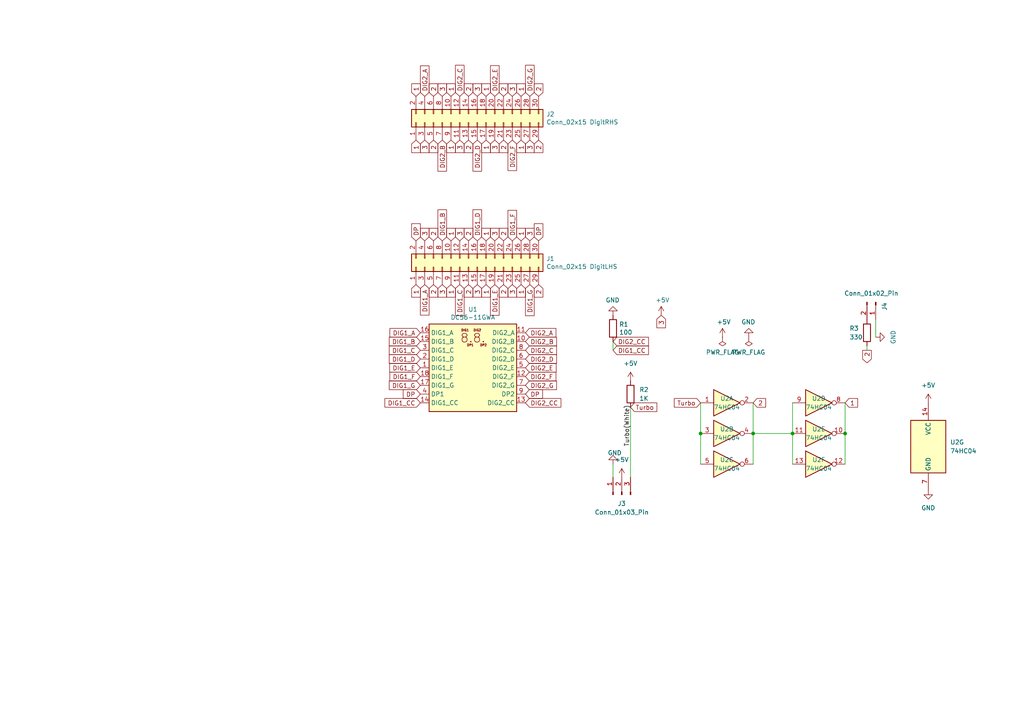
<source format=kicad_sch>
(kicad_sch (version 20230121) (generator eeschema)
  (paper "A4")
  (title_block (title "MHz Display Blaster") (date "2023-07-02") (rev "rev.0.2") (company "Scrap Computing"))
  (lib_symbols
    (symbol "74xx:74HC04"
      (property "Reference" "U" (at 0 1.27 0))
      (property "Value" "74HC04" (at 0 -1.27 0))
      (symbol "74HC04_1_0"
        (polyline (pts (xy -3.81 3.81) (xy -3.81 -3.81) (xy 3.81 0) (xy -3.81 3.81)) (stroke (width 0.254)) (fill (type background)))
        (pin input line (at -7.62 0 0) (length 3.81) (name "~") (number "1"))
        (pin output inverted (at 7.62 0 180) (length 3.81) (name "~") (number "2"))
      )
      (symbol "74HC04_2_0"
        (polyline (pts (xy -3.81 3.81) (xy -3.81 -3.81) (xy 3.81 0) (xy -3.81 3.81)) (stroke (width 0.254)) (fill (type background)))
        (pin input line (at -7.62 0 0) (length 3.81) (name "~") (number "3"))
        (pin output inverted (at 7.62 0 180) (length 3.81) (name "~") (number "4"))
      )
      (symbol "74HC04_3_0"
        (polyline (pts (xy -3.81 3.81) (xy -3.81 -3.81) (xy 3.81 0) (xy -3.81 3.81)) (stroke (width 0.254)) (fill (type background)))
        (pin input line (at -7.62 0 0) (length 3.81) (name "~") (number "5"))
        (pin output inverted (at 7.62 0 180) (length 3.81) (name "~") (number "6"))
      )
      (symbol "74HC04_4_0"
        (polyline (pts (xy -3.81 3.81) (xy -3.81 -3.81) (xy 3.81 0) (xy -3.81 3.81)) (stroke (width 0.254)) (fill (type background)))
        (pin output inverted (at 7.62 0 180) (length 3.81) (name "~") (number "8"))
        (pin input line (at -7.62 0 0) (length 3.81) (name "~") (number "9"))
      )
      (symbol "74HC04_5_0"
        (polyline (pts (xy -3.81 3.81) (xy -3.81 -3.81) (xy 3.81 0) (xy -3.81 3.81)) (stroke (width 0.254)) (fill (type background)))
        (pin output inverted (at 7.62 0 180) (length 3.81) (name "~") (number "10"))
        (pin input line (at -7.62 0 0) (length 3.81) (name "~") (number "11"))
      )
      (symbol "74HC04_6_0"
        (polyline (pts (xy -3.81 3.81) (xy -3.81 -3.81) (xy 3.81 0) (xy -3.81 3.81)) (stroke (width 0.254)) (fill (type background)))
        (pin output inverted (at 7.62 0 180) (length 3.81) (name "~") (number "12"))
        (pin input line (at -7.62 0 0) (length 3.81) (name "~") (number "13"))
      )
      (symbol "74HC04_7_0"
        (pin power_in line (at 0 12.7 270) (length 5.08) (name "VCC") (number "14"))
        (pin power_in line (at 0 -12.7 90) (length 5.08) (name "GND") (number "7"))
      )
      (symbol "74HC04_7_1"
        (rectangle (start -5.08 7.62) (end 5.08 -7.62) (stroke (width 0.254)) (fill (type background)))
      )
    )
    (symbol "Connector:Conn_01x02_Pin" (pin_names (offset 1.016) hide)
      (property "Reference" "J" (at 0 2.54 0))
      (property "Value" "Conn_01x02_Pin" (at 0 -5.08 0))
      (symbol "Conn_01x02_Pin_1_1"
        (polyline (pts (xy 1.27 -2.54) (xy 0.8636 -2.54)) (stroke (width 0.1524)))
        (polyline (pts (xy 1.27 0) (xy 0.8636 0)) (stroke (width 0.1524)))
        (rectangle (start 0.8636 -2.413) (end 0 -2.667) (stroke (width 0.1524)) (fill (type outline)))
        (rectangle (start 0.8636 0.127) (end 0 -0.127) (stroke (width 0.1524)) (fill (type outline)))
        (pin passive line (at 5.08 0 180) (length 3.81) (name "Pin_1") (number "1"))
        (pin passive line (at 5.08 -2.54 180) (length 3.81) (name "Pin_2") (number "2"))
      )
    )
    (symbol "Connector:Conn_01x03_Pin" (pin_names (offset 1.016) hide)
      (property "Reference" "J" (at 0 5.08 0))
      (property "Value" "Conn_01x03_Pin" (at 0 -5.08 0))
      (symbol "Conn_01x03_Pin_1_1"
        (polyline (pts (xy 1.27 -2.54) (xy 0.8636 -2.54)) (stroke (width 0.1524)))
        (polyline (pts (xy 1.27 0) (xy 0.8636 0)) (stroke (width 0.1524)))
        (polyline (pts (xy 1.27 2.54) (xy 0.8636 2.54)) (stroke (width 0.1524)))
        (rectangle (start 0.8636 -2.413) (end 0 -2.667) (stroke (width 0.1524)) (fill (type outline)))
        (rectangle (start 0.8636 0.127) (end 0 -0.127) (stroke (width 0.1524)) (fill (type outline)))
        (rectangle (start 0.8636 2.667) (end 0 2.413) (stroke (width 0.1524)) (fill (type outline)))
        (pin passive line (at 5.08 2.54 180) (length 3.81) (name "Pin_1") (number "1"))
        (pin passive line (at 5.08 0 180) (length 3.81) (name "Pin_2") (number "2"))
        (pin passive line (at 5.08 -2.54 180) (length 3.81) (name "Pin_3") (number "3"))
      )
    )
    (symbol "Connector_Generic:Conn_02x15_Odd_Even" (pin_names (offset 1.016) hide)
      (property "Reference" "J" (at 1.27 20.32 0))
      (property "Value" "Conn_02x15_Odd_Even" (at 1.27 -20.32 0))
      (symbol "Conn_02x15_Odd_Even_1_1"
        (rectangle (start -1.27 -17.653) (end 0 -17.907) (stroke (width 0.1524)))
        (rectangle (start -1.27 -15.113) (end 0 -15.367) (stroke (width 0.1524)))
        (rectangle (start -1.27 -12.573) (end 0 -12.827) (stroke (width 0.1524)))
        (rectangle (start -1.27 -10.033) (end 0 -10.287) (stroke (width 0.1524)))
        (rectangle (start -1.27 -7.493) (end 0 -7.747) (stroke (width 0.1524)))
        (rectangle (start -1.27 -4.953) (end 0 -5.207) (stroke (width 0.1524)))
        (rectangle (start -1.27 -2.413) (end 0 -2.667) (stroke (width 0.1524)))
        (rectangle (start -1.27 0.127) (end 0 -0.127) (stroke (width 0.1524)))
        (rectangle (start -1.27 2.667) (end 0 2.413) (stroke (width 0.1524)))
        (rectangle (start -1.27 5.207) (end 0 4.953) (stroke (width 0.1524)))
        (rectangle (start -1.27 7.747) (end 0 7.493) (stroke (width 0.1524)))
        (rectangle (start -1.27 10.287) (end 0 10.033) (stroke (width 0.1524)))
        (rectangle (start -1.27 12.827) (end 0 12.573) (stroke (width 0.1524)))
        (rectangle (start -1.27 15.367) (end 0 15.113) (stroke (width 0.1524)))
        (rectangle (start -1.27 17.907) (end 0 17.653) (stroke (width 0.1524)))
        (rectangle (start -1.27 19.05) (end 3.81 -19.05) (stroke (width 0.254)) (fill (type background)))
        (rectangle (start 3.81 -17.653) (end 2.54 -17.907) (stroke (width 0.1524)))
        (rectangle (start 3.81 -15.113) (end 2.54 -15.367) (stroke (width 0.1524)))
        (rectangle (start 3.81 -12.573) (end 2.54 -12.827) (stroke (width 0.1524)))
        (rectangle (start 3.81 -10.033) (end 2.54 -10.287) (stroke (width 0.1524)))
        (rectangle (start 3.81 -7.493) (end 2.54 -7.747) (stroke (width 0.1524)))
        (rectangle (start 3.81 -4.953) (end 2.54 -5.207) (stroke (width 0.1524)))
        (rectangle (start 3.81 -2.413) (end 2.54 -2.667) (stroke (width 0.1524)))
        (rectangle (start 3.81 0.127) (end 2.54 -0.127) (stroke (width 0.1524)))
        (rectangle (start 3.81 2.667) (end 2.54 2.413) (stroke (width 0.1524)))
        (rectangle (start 3.81 5.207) (end 2.54 4.953) (stroke (width 0.1524)))
        (rectangle (start 3.81 7.747) (end 2.54 7.493) (stroke (width 0.1524)))
        (rectangle (start 3.81 10.287) (end 2.54 10.033) (stroke (width 0.1524)))
        (rectangle (start 3.81 12.827) (end 2.54 12.573) (stroke (width 0.1524)))
        (rectangle (start 3.81 15.367) (end 2.54 15.113) (stroke (width 0.1524)))
        (rectangle (start 3.81 17.907) (end 2.54 17.653) (stroke (width 0.1524)))
        (pin passive line (at -5.08 17.78 0) (length 3.81) (name "Pin_1") (number "1"))
        (pin passive line (at 7.62 7.62 180) (length 3.81) (name "Pin_10") (number "10"))
        (pin passive line (at -5.08 5.08 0) (length 3.81) (name "Pin_11") (number "11"))
        (pin passive line (at 7.62 5.08 180) (length 3.81) (name "Pin_12") (number "12"))
        (pin passive line (at -5.08 2.54 0) (length 3.81) (name "Pin_13") (number "13"))
        (pin passive line (at 7.62 2.54 180) (length 3.81) (name "Pin_14") (number "14"))
        (pin passive line (at -5.08 0 0) (length 3.81) (name "Pin_15") (number "15"))
        (pin passive line (at 7.62 0 180) (length 3.81) (name "Pin_16") (number "16"))
        (pin passive line (at -5.08 -2.54 0) (length 3.81) (name "Pin_17") (number "17"))
        (pin passive line (at 7.62 -2.54 180) (length 3.81) (name "Pin_18") (number "18"))
        (pin passive line (at -5.08 -5.08 0) (length 3.81) (name "Pin_19") (number "19"))
        (pin passive line (at 7.62 17.78 180) (length 3.81) (name "Pin_2") (number "2"))
        (pin passive line (at 7.62 -5.08 180) (length 3.81) (name "Pin_20") (number "20"))
        (pin passive line (at -5.08 -7.62 0) (length 3.81) (name "Pin_21") (number "21"))
        (pin passive line (at 7.62 -7.62 180) (length 3.81) (name "Pin_22") (number "22"))
        (pin passive line (at -5.08 -10.16 0) (length 3.81) (name "Pin_23") (number "23"))
        (pin passive line (at 7.62 -10.16 180) (length 3.81) (name "Pin_24") (number "24"))
        (pin passive line (at -5.08 -12.7 0) (length 3.81) (name "Pin_25") (number "25"))
        (pin passive line (at 7.62 -12.7 180) (length 3.81) (name "Pin_26") (number "26"))
        (pin passive line (at -5.08 -15.24 0) (length 3.81) (name "Pin_27") (number "27"))
        (pin passive line (at 7.62 -15.24 180) (length 3.81) (name "Pin_28") (number "28"))
        (pin passive line (at -5.08 -17.78 0) (length 3.81) (name "Pin_29") (number "29"))
        (pin passive line (at -5.08 15.24 0) (length 3.81) (name "Pin_3") (number "3"))
        (pin passive line (at 7.62 -17.78 180) (length 3.81) (name "Pin_30") (number "30"))
        (pin passive line (at 7.62 15.24 180) (length 3.81) (name "Pin_4") (number "4"))
        (pin passive line (at -5.08 12.7 0) (length 3.81) (name "Pin_5") (number "5"))
        (pin passive line (at 7.62 12.7 180) (length 3.81) (name "Pin_6") (number "6"))
        (pin passive line (at -5.08 10.16 0) (length 3.81) (name "Pin_7") (number "7"))
        (pin passive line (at 7.62 10.16 180) (length 3.81) (name "Pin_8") (number "8"))
        (pin passive line (at -5.08 7.62 0) (length 3.81) (name "Pin_9") (number "9"))
      )
    )
    (symbol "Device:R" (pin_numbers hide) (pin_names (offset 0))
      (property "Reference" "R" (at 2.032 0 90))
      (property "Value" "R" (at 0 0 90))
      (symbol "R_0_1"
        (rectangle (start -1.016 -2.54) (end 1.016 2.54) (stroke (width 0.254)))
      )
      (symbol "R_1_1"
        (pin passive line (at 0 3.81 270) (length 1.27) (name "~") (number "1"))
        (pin passive line (at 0 -3.81 90) (length 1.27) (name "~") (number "2"))
      )
    )
    (symbol "Display_Character:DC56-11GWA"
      (property "Reference" "U" (at -11.43 13.97 0))
      (property "Value" "DC56-11GWA" (at 12.065 13.97 0))
      (symbol "DC56-11GWA_0_0"
        (text "8.8." (at 0 8.636 0) (effects (font (size 2.54 2.54))))
        (text "DIG1" (at -2.286 10.922 0) (effects (font (size 0.635 0.635))))
        (text "DIG2" (at 1.27 10.922 0) (effects (font (size 0.635 0.635))))
        (text "DP1" (at -0.762 6.604 0) (effects (font (size 0.635 0.635))))
        (text "DP2" (at 3.048 6.604 0) (effects (font (size 0.635 0.635))))
      )
      (symbol "DC56-11GWA_0_1"
        (rectangle (start -12.7 12.7) (end 12.7 -12.7) (stroke (width 0.254)) (fill (type background)))
      )
      (symbol "DC56-11GWA_1_1"
        (pin input line (at -15.24 0 0) (length 2.54) (name "DIG1_E") (number "1"))
        (pin input line (at 15.24 7.62 180) (length 2.54) (name "DIG2_B") (number "10"))
        (pin input line (at 15.24 10.16 180) (length 2.54) (name "DIG2_A") (number "11"))
        (pin input line (at 15.24 -2.54 180) (length 2.54) (name "DIG2_F") (number "12"))
        (pin input line (at 15.24 -10.16 180) (length 2.54) (name "DIG2_CC") (number "13"))
        (pin input line (at -15.24 -10.16 0) (length 2.54) (name "DIG1_CC") (number "14"))
        (pin input line (at -15.24 7.62 0) (length 2.54) (name "DIG1_B") (number "15"))
        (pin input line (at -15.24 10.16 0) (length 2.54) (name "DIG1_A") (number "16"))
        (pin input line (at -15.24 -5.08 0) (length 2.54) (name "DIG1_G") (number "17"))
        (pin input line (at -15.24 -2.54 0) (length 2.54) (name "DIG1_F") (number "18"))
        (pin input line (at -15.24 2.54 0) (length 2.54) (name "DIG1_D") (number "2"))
        (pin input line (at -15.24 5.08 0) (length 2.54) (name "DIG1_C") (number "3"))
        (pin input line (at -15.24 -7.62 0) (length 2.54) (name "DP1") (number "4"))
        (pin input line (at 15.24 0 180) (length 2.54) (name "DIG2_E") (number "5"))
        (pin input line (at 15.24 2.54 180) (length 2.54) (name "DIG2_D") (number "6"))
        (pin input line (at 15.24 -5.08 180) (length 2.54) (name "DIG2_G") (number "7"))
        (pin input line (at 15.24 5.08 180) (length 2.54) (name "DIG2_C") (number "8"))
        (pin input line (at 15.24 -7.62 180) (length 2.54) (name "DP2") (number "9"))
      )
    )
    (symbol "power:+5V" (power) (pin_names (offset 0))
      (property "Value" "+5V" (at 0 3.556 0))
      (symbol "+5V_0_1"
        (polyline (pts (xy -0.762 1.27) (xy 0 2.54)))
        (polyline (pts (xy 0 0) (xy 0 2.54)))
        (polyline (pts (xy 0 2.54) (xy 0.762 1.27)))
      )
      (symbol "+5V_1_1"
        (pin power_in line (at 0 0 90) (length 0) hide (name "+5V") (number "1"))
      )
    )
    (symbol "power:GND" (power) (pin_names (offset 0))
      (property "Value" "GND" (at 0 -3.81 0))
      (symbol "GND_0_1"
        (polyline (pts (xy 0 0) (xy 0 -1.27) (xy 1.27 -1.27) (xy 0 -2.54) (xy -1.27 -1.27) (xy 0 -1.27)))
      )
      (symbol "GND_1_1"
        (pin power_in line (at 0 0 270) (length 0) hide (name "GND") (number "1"))
      )
    )
    (symbol "power:PWR_FLAG" (power) (pin_numbers hide) (pin_names (offset 0) hide)
      (property "Value" "PWR_FLAG" (at 0 3.81 0))
      (symbol "PWR_FLAG_0_0"
        (pin power_out line (at 0 0 90) (length 0) (name "pwr") (number "1"))
      )
      (symbol "PWR_FLAG_0_1"
        (polyline (pts (xy 0 0) (xy 0 1.27) (xy -1.016 1.905) (xy 0 2.54) (xy 1.016 1.905) (xy 0 1.27)))
      )
    )
  )
  (junction (at 218.44 125.73))
  (junction (at 245.11 125.73))
  (junction (at 203.2 125.73))
  (junction (at 229.87 125.73))
  (wire (pts (xy 203.2 125.73) (xy 203.2 134.62)))
  (wire (pts (xy 218.44 125.73) (xy 218.44 134.62)))
  (wire (pts (xy 182.88 118.11) (xy 182.88 138.43)))
  (wire (pts (xy 245.11 116.84) (xy 245.11 125.73)))
  (wire (pts (xy 251.46 101.6) (xy 251.46 100.33)))
  (wire (pts (xy 218.44 125.73) (xy 229.87 125.73)))
  (wire (pts (xy 177.8 134.62) (xy 177.8 138.43)))
  (wire (pts (xy 254 92.71) (xy 254 97.79)))
  (wire (pts (xy 177.8 99.06) (xy 177.8 101.6)))
  (wire (pts (xy 218.44 116.84) (xy 218.44 125.73)))
  (wire (pts (xy 229.87 125.73) (xy 229.87 134.62)))
  (wire (pts (xy 229.87 116.84) (xy 229.87 125.73)))
  (wire (pts (xy 245.11 125.73) (xy 245.11 134.62)))
  (wire (pts (xy 203.2 116.84) (xy 203.2 125.73)))
  (label "Turbo(White)" (at 182.88 129.54 90))
  (global_label "3" (shape input) (at 123.19 40.64 270) (property "Intersheetrefs" "${INTERSHEET_REFS}" (effects hide)))
  (global_label "1" (shape input) (at 151.13 27.94 90) (property "Intersheetrefs" "${INTERSHEET_REFS}" (effects hide)))
  (global_label "DIG1_E" (shape input) (at 121.92 106.68 180) (property "Intersheetrefs" "${INTERSHEET_REFS}" (effects hide)))
  (global_label "1" (shape input) (at 245.11 116.84 0) (property "Intersheetrefs" "${INTERSHEET_REFS}" (effects hide)))
  (global_label "1" (shape input) (at 140.97 40.64 270) (property "Intersheetrefs" "${INTERSHEET_REFS}" (effects hide)))
  (global_label "3" (shape input) (at 128.27 82.55 270) (property "Intersheetrefs" "${INTERSHEET_REFS}" (effects hide)))
  (global_label "3" (shape input) (at 143.51 40.64 270) (property "Intersheetrefs" "${INTERSHEET_REFS}" (effects hide)))
  (global_label "DIG2_CC" (shape input) (at 177.8 99.06 0) (property "Intersheetrefs" "${INTERSHEET_REFS}" (effects hide)))
  (global_label "DIG2_G" (shape input) (at 152.4 111.76 0) (property "Intersheetrefs" "${INTERSHEET_REFS}" (effects hide)))
  (global_label "2" (shape input) (at 135.89 82.55 270) (property "Intersheetrefs" "${INTERSHEET_REFS}" (effects hide)))
  (global_label "1" (shape input) (at 120.65 27.94 90) (property "Intersheetrefs" "${INTERSHEET_REFS}" (effects hide)))
  (global_label "2" (shape input) (at 156.21 82.55 270) (property "Intersheetrefs" "${INTERSHEET_REFS}" (effects hide)))
  (global_label "1" (shape input) (at 130.81 82.55 270) (property "Intersheetrefs" "${INTERSHEET_REFS}" (effects hide)))
  (global_label "DP" (shape input) (at 120.65 69.85 90) (property "Intersheetrefs" "${INTERSHEET_REFS}" (effects hide)))
  (global_label "DIG2_CC" (shape input) (at 152.4 116.84 0) (property "Intersheetrefs" "${INTERSHEET_REFS}" (effects hide)))
  (global_label "1" (shape input) (at 130.81 27.94 90) (property "Intersheetrefs" "${INTERSHEET_REFS}" (effects hide)))
  (global_label "3" (shape input) (at 148.59 27.94 90) (property "Intersheetrefs" "${INTERSHEET_REFS}" (effects hide)))
  (global_label "3" (shape input) (at 133.35 69.85 90) (property "Intersheetrefs" "${INTERSHEET_REFS}" (effects hide)))
  (global_label "3" (shape input) (at 138.43 27.94 90) (property "Intersheetrefs" "${INTERSHEET_REFS}" (effects hide)))
  (global_label "DIG1_C" (shape input) (at 133.35 82.55 270) (property "Intersheetrefs" "${INTERSHEET_REFS}" (effects hide)))
  (global_label "DIG1_F" (shape input) (at 148.59 69.85 90) (property "Intersheetrefs" "${INTERSHEET_REFS}" (effects hide)))
  (global_label "1" (shape input) (at 120.65 40.64 270) (property "Intersheetrefs" "${INTERSHEET_REFS}" (effects hide)))
  (global_label "DP" (shape input) (at 152.4 114.3 0) (property "Intersheetrefs" "${INTERSHEET_REFS}" (effects hide)))
  (global_label "3" (shape input) (at 191.77 91.44 270) (property "Intersheetrefs" "${INTERSHEET_REFS}" (effects hide)))
  (global_label "DIG1_D" (shape input) (at 138.43 69.85 90) (property "Intersheetrefs" "${INTERSHEET_REFS}" (effects hide)))
  (global_label "DIG2_E" (shape input) (at 143.51 27.94 90) (property "Intersheetrefs" "${INTERSHEET_REFS}" (effects hide)))
  (global_label "3" (shape input) (at 153.67 69.85 90) (property "Intersheetrefs" "${INTERSHEET_REFS}" (effects hide)))
  (global_label "2" (shape input) (at 125.73 69.85 90) (property "Intersheetrefs" "${INTERSHEET_REFS}" (effects hide)))
  (global_label "2" (shape input) (at 146.05 82.55 270) (property "Intersheetrefs" "${INTERSHEET_REFS}" (effects hide)))
  (global_label "DIG1_B" (shape input) (at 121.92 99.06 180) (property "Intersheetrefs" "${INTERSHEET_REFS}" (effects hide)))
  (global_label "DIG2_F" (shape input) (at 148.59 40.64 270) (property "Intersheetrefs" "${INTERSHEET_REFS}" (effects hide)))
  (global_label "DIG2_D" (shape input) (at 152.4 104.14 0) (property "Intersheetrefs" "${INTERSHEET_REFS}" (effects hide)))
  (global_label "3" (shape input) (at 138.43 82.55 270) (property "Intersheetrefs" "${INTERSHEET_REFS}" (effects hide)))
  (global_label "2" (shape input) (at 146.05 27.94 90) (property "Intersheetrefs" "${INTERSHEET_REFS}" (effects hide)))
  (global_label "3" (shape input) (at 143.51 69.85 90) (property "Intersheetrefs" "${INTERSHEET_REFS}" (effects hide)))
  (global_label "1" (shape input) (at 140.97 82.55 270) (property "Intersheetrefs" "${INTERSHEET_REFS}" (effects hide)))
  (global_label "DIG1_CC" (shape input) (at 177.8 101.6 0) (property "Intersheetrefs" "${INTERSHEET_REFS}" (effects hide)))
  (global_label "DIG1_E" (shape input) (at 143.51 82.55 270) (property "Intersheetrefs" "${INTERSHEET_REFS}" (effects hide)))
  (global_label "DIG2_A" (shape input) (at 152.4 96.52 0) (property "Intersheetrefs" "${INTERSHEET_REFS}" (effects hide)))
  (global_label "DIG1_CC" (shape input) (at 121.92 116.84 180) (property "Intersheetrefs" "${INTERSHEET_REFS}" (effects hide)))
  (global_label "DIG2_E" (shape input) (at 152.4 106.68 0) (property "Intersheetrefs" "${INTERSHEET_REFS}" (effects hide)))
  (global_label "Turbo" (shape input) (at 182.88 118.11 0) (property "Intersheetrefs" "${INTERSHEET_REFS}" (effects hide)))
  (global_label "3" (shape input) (at 133.35 40.64 270) (property "Intersheetrefs" "${INTERSHEET_REFS}" (effects hide)))
  (global_label "3" (shape input) (at 123.19 69.85 90) (property "Intersheetrefs" "${INTERSHEET_REFS}" (effects hide)))
  (global_label "1" (shape input) (at 130.81 69.85 90) (property "Intersheetrefs" "${INTERSHEET_REFS}" (effects hide)))
  (global_label "2" (shape input) (at 135.89 40.64 270) (property "Intersheetrefs" "${INTERSHEET_REFS}" (effects hide)))
  (global_label "DIG2_F" (shape input) (at 152.4 109.22 0) (property "Intersheetrefs" "${INTERSHEET_REFS}" (effects hide)))
  (global_label "DIG2_G" (shape input) (at 153.67 27.94 90) (property "Intersheetrefs" "${INTERSHEET_REFS}" (effects hide)))
  (global_label "1" (shape input) (at 140.97 27.94 90) (property "Intersheetrefs" "${INTERSHEET_REFS}" (effects hide)))
  (global_label "2" (shape input) (at 218.44 116.84 0) (property "Intersheetrefs" "${INTERSHEET_REFS}" (effects hide)))
  (global_label "3" (shape input) (at 128.27 27.94 90) (property "Intersheetrefs" "${INTERSHEET_REFS}" (effects hide)))
  (global_label "1" (shape input) (at 140.97 69.85 90) (property "Intersheetrefs" "${INTERSHEET_REFS}" (effects hide)))
  (global_label "DIG1_D" (shape input) (at 121.92 104.14 180) (property "Intersheetrefs" "${INTERSHEET_REFS}" (effects hide)))
  (global_label "2" (shape output) (at 251.46 101.6 270) (property "Intersheetrefs" "${INTERSHEET_REFS}" (effects hide)))
  (global_label "2" (shape input) (at 156.21 40.64 270) (property "Intersheetrefs" "${INTERSHEET_REFS}" (effects hide)))
  (global_label "DIG1_A" (shape input) (at 123.19 82.55 270) (property "Intersheetrefs" "${INTERSHEET_REFS}" (effects hide)))
  (global_label "DIG1_A" (shape input) (at 121.92 96.52 180) (property "Intersheetrefs" "${INTERSHEET_REFS}" (effects hide)))
  (global_label "2" (shape input) (at 125.73 27.94 90) (property "Intersheetrefs" "${INTERSHEET_REFS}" (effects hide)))
  (global_label "Turbo" (shape input) (at 203.2 116.84 180) (property "Intersheetrefs" "${INTERSHEET_REFS}" (effects hide)))
  (global_label "DP" (shape input) (at 156.21 69.85 90) (property "Intersheetrefs" "${INTERSHEET_REFS}" (effects hide)))
  (global_label "1" (shape input) (at 120.65 82.55 270) (property "Intersheetrefs" "${INTERSHEET_REFS}" (effects hide)))
  (global_label "2" (shape input) (at 125.73 40.64 270) (property "Intersheetrefs" "${INTERSHEET_REFS}" (effects hide)))
  (global_label "DIG2_A" (shape input) (at 123.19 27.94 90) (property "Intersheetrefs" "${INTERSHEET_REFS}" (effects hide)))
  (global_label "DIG1_C" (shape input) (at 121.92 101.6 180) (property "Intersheetrefs" "${INTERSHEET_REFS}" (effects hide)))
  (global_label "2" (shape input) (at 125.73 82.55 270) (property "Intersheetrefs" "${INTERSHEET_REFS}" (effects hide)))
  (global_label "2" (shape input) (at 146.05 40.64 270) (property "Intersheetrefs" "${INTERSHEET_REFS}" (effects hide)))
  (global_label "1" (shape input) (at 151.13 40.64 270) (property "Intersheetrefs" "${INTERSHEET_REFS}" (effects hide)))
  (global_label "DIG2_B" (shape input) (at 128.27 40.64 270) (property "Intersheetrefs" "${INTERSHEET_REFS}" (effects hide)))
  (global_label "DIG1_F" (shape input) (at 121.92 109.22 180) (property "Intersheetrefs" "${INTERSHEET_REFS}" (effects hide)))
  (global_label "1" (shape input) (at 151.13 69.85 90) (property "Intersheetrefs" "${INTERSHEET_REFS}" (effects hide)))
  (global_label "DP" (shape input) (at 121.92 114.3 180) (property "Intersheetrefs" "${INTERSHEET_REFS}" (effects hide)))
  (global_label "1" (shape input) (at 151.13 82.55 270) (property "Intersheetrefs" "${INTERSHEET_REFS}" (effects hide)))
  (global_label "DIG2_D" (shape input) (at 138.43 40.64 270) (property "Intersheetrefs" "${INTERSHEET_REFS}" (effects hide)))
  (global_label "DIG2_B" (shape input) (at 152.4 99.06 0) (property "Intersheetrefs" "${INTERSHEET_REFS}" (effects hide)))
  (global_label "2" (shape input) (at 135.89 69.85 90) (property "Intersheetrefs" "${INTERSHEET_REFS}" (effects hide)))
  (global_label "DIG2_C" (shape input) (at 133.35 27.94 90) (property "Intersheetrefs" "${INTERSHEET_REFS}" (effects hide)))
  (global_label "2" (shape input) (at 156.21 27.94 90) (property "Intersheetrefs" "${INTERSHEET_REFS}" (effects hide)))
  (global_label "3" (shape input) (at 153.67 40.64 270) (property "Intersheetrefs" "${INTERSHEET_REFS}" (effects hide)))
  (global_label "2" (shape input) (at 135.89 27.94 90) (property "Intersheetrefs" "${INTERSHEET_REFS}" (effects hide)))
  (global_label "DIG1_B" (shape input) (at 128.27 69.85 90) (property "Intersheetrefs" "${INTERSHEET_REFS}" (effects hide)))
  (global_label "DIG1_G" (shape input) (at 153.67 82.55 270) (property "Intersheetrefs" "${INTERSHEET_REFS}" (effects hide)))
  (global_label "3" (shape input) (at 148.59 82.55 270) (property "Intersheetrefs" "${INTERSHEET_REFS}" (effects hide)))
  (global_label "1" (shape input) (at 130.81 40.64 270) (property "Intersheetrefs" "${INTERSHEET_REFS}" (effects hide)))
  (global_label "2" (shape input) (at 146.05 69.85 90) (property "Intersheetrefs" "${INTERSHEET_REFS}" (effects hide)))
  (global_label "DIG2_C" (shape input) (at 152.4 101.6 0) (property "Intersheetrefs" "${INTERSHEET_REFS}" (effects hide)))
  (global_label "DIG1_G" (shape input) (at 121.92 111.76 180) (property "Intersheetrefs" "${INTERSHEET_REFS}" (effects hide)))
  (symbol (lib_id "Connector_Generic:Conn_02x15_Odd_Even") (at 138.43 35.56 90) (unit 1)
    (property "Reference" "J2" (at 158.4452 33.1216 90) (effects (justify right)))
    (property "Value" "Conn_02x15 DigitRHS" (at 158.4452 35.433 90) (effects (justify right)))
    (property "Footprint" "Connector_PinHeader_2.54mm:PinHeader_2x15_P2.54mm_Vertical" (effects hide))
  )
  (symbol (lib_id "Connector_Generic:Conn_02x15_Odd_Even") (at 138.43 77.47 90) (unit 1)
    (property "Reference" "J1" (at 158.4452 75.0316 90) (effects (justify right)))
    (property "Value" "Conn_02x15 DigitLHS" (at 158.4452 77.343 90) (effects (justify right)))
    (property "Footprint" "Connector_PinHeader_2.54mm:PinHeader_2x15_P2.54mm_Vertical" (effects hide))
  )
  (symbol (lib_id "Device:R") (at 177.8 95.25 0) (unit 1)
    (property "Reference" "R1" (at 179.578 94.0816 0) (effects (justify left)))
    (property "Value" "100" (at 179.578 96.393 0) (effects (justify left)))
    (property "Footprint" "Resistor_THT:R_Axial_DIN0204_L3.6mm_D1.6mm_P5.08mm_Horizontal" (effects hide))
  )
  (symbol (lib_id "Display_Character:DC56-11GWA") (at 137.16 106.68 0) (unit 1)
    (property "Reference" "U1" (at 137.16 89.7382 0))
    (property "Value" "DC56-11GWA" (at 137.16 92.0496 0))
    (property "Footprint" "Display_7Segment:DA56-11CGKWA" (effects hide))
    (property "Datasheet" "http://www.kingbrightusa.com/images/catalog/SPEC/DC56-11GWA.pdf" (effects hide))
  )
  (symbol (lib_id "power:+5V") (at 209.55 97.79 0) (unit 1)
    (property "Reference" "#PWR02" (effects hide))
    (property "Value" "+5V" (at 209.931 93.3958 0))
  )
  (symbol (lib_id "power:GND") (at 217.17 97.79 180) (unit 1)
    (property "Reference" "#PWR01" (effects hide))
    (property "Value" "GND" (at 217.043 93.3958 0))
  )
  (symbol (lib_id "power:PWR_FLAG") (at 217.17 97.79 180) (unit 1)
    (property "Reference" "#FLG0101" (effects hide))
    (property "Value" "PWR_FLAG" (at 217.17 102.1842 0))
  )
  (symbol (lib_id "power:PWR_FLAG") (at 209.55 97.79 180) (unit 1)
    (property "Reference" "#FLG0102" (effects hide))
    (property "Value" "PWR_FLAG" (at 209.55 102.1842 0))
  )
  (symbol (lib_id "power:GND") (at 177.8 91.44 180) (unit 1)
    (property "Reference" "#PWR0101" (effects hide))
    (property "Value" "GND" (at 177.673 87.0458 0))
  )
  (symbol (lib_id "power:+5V") (at 191.77 91.44 0) (unit 1)
    (property "Reference" "#PWR0102" (effects hide))
    (property "Value" "+5V" (at 192.151 87.0458 0))
  )
  (symbol (lib_id "Device:R") (at 182.88 114.3 0) (unit 1)
    (property "Reference" "R2" (at 185.42 113.03 0) (effects (justify left)))
    (property "Value" "1K" (at 185.42 115.57 0) (effects (justify left)))
    (property "Footprint" "Resistor_THT:R_Axial_DIN0204_L3.6mm_D1.6mm_P5.08mm_Horizontal" (effects hide))
  )
  (symbol (lib_id "power:+5V") (at 180.34 138.43 0) (unit 1)
    (property "Reference" "#PWR06" (effects hide))
    (property "Value" "+5V" (at 180.34 133.35 0))
  )
  (symbol (lib_id "power:GND") (at 177.8 134.62 180) (unit 1)
    (property "Reference" "#PWR07" (effects hide))
    (property "Value" "GND" (at 180.34 132.08 0) (effects (justify left top)))
  )
  (symbol (lib_id "Connector:Conn_01x02_Pin") (at 254 87.63 270) (unit 1)
    (property "Reference" "J4" (at 256.54 88.9 0))
    (property "Value" "Conn_01x02_Pin" (at 252.73 85.09 90))
    (property "Footprint" "Connector_PinHeader_2.54mm:PinHeader_1x02_P2.54mm_Vertical" (effects hide))
  )
  (symbol (lib_id "74xx:74HC04") (at 237.49 125.73 0) (unit 5)
    (property "Reference" "U2" (at 237.49 124.46 0))
    (property "Value" "74HC04" (at 237.49 127 0))
    (property "Footprint" "Package_SO:SOIC-14_3.9x8.7mm_P1.27mm" (effects hide))
    (property "Datasheet" "https://assets.nexperia.com/documents/data-sheet/74HC_HCT04.pdf" (effects hide))
  )
  (symbol (lib_id "74xx:74HC04") (at 210.82 116.84 0) (unit 1)
    (property "Reference" "U2" (at 210.82 115.57 0))
    (property "Value" "74HC04" (at 210.82 118.11 0))
    (property "Footprint" "Package_SO:SOIC-14_3.9x8.7mm_P1.27mm" (effects hide))
    (property "Datasheet" "https://assets.nexperia.com/documents/data-sheet/74HC_HCT04.pdf" (effects hide))
  )
  (symbol (lib_id "74xx:74HC04") (at 210.82 125.73 0) (unit 2)
    (property "Reference" "U2" (at 210.82 124.46 0))
    (property "Value" "74HC04" (at 210.82 127 0))
    (property "Footprint" "Package_SO:SOIC-14_3.9x8.7mm_P1.27mm" (effects hide))
    (property "Datasheet" "https://assets.nexperia.com/documents/data-sheet/74HC_HCT04.pdf" (effects hide))
  )
  (symbol (lib_id "74xx:74HC04") (at 237.49 116.84 0) (unit 4)
    (property "Reference" "U2" (at 237.49 115.57 0))
    (property "Value" "74HC04" (at 237.49 118.11 0))
    (property "Footprint" "Package_SO:SOIC-14_3.9x8.7mm_P1.27mm" (effects hide))
    (property "Datasheet" "https://assets.nexperia.com/documents/data-sheet/74HC_HCT04.pdf" (effects hide))
  )
  (symbol (lib_id "power:GND") (at 254 97.79 90) (unit 1)
    (property "Reference" "#PWR08" (effects hide))
    (property "Value" "GND" (at 259.08 97.79 0))
  )
  (symbol (lib_id "Connector:Conn_01x03_Pin") (at 180.34 143.51 90) (unit 1)
    (property "Reference" "J3" (at 180.34 146.05 90))
    (property "Value" "Conn_01x03_Pin" (at 180.34 148.59 90))
    (property "Footprint" "Connector_PinHeader_2.54mm:PinHeader_1x03_P2.54mm_Vertical" (effects hide))
  )
  (symbol (lib_id "power:GND") (at 269.24 142.24 0) (unit 1)
    (property "Reference" "#PWR03" (effects hide))
    (property "Value" "GND" (at 269.24 147.32 0))
  )
  (symbol (lib_id "power:+5V") (at 269.24 116.84 0) (unit 1)
    (property "Reference" "#PWR04" (effects hide))
    (property "Value" "+5V" (at 269.24 111.76 0))
  )
  (symbol (lib_id "74xx:74HC04") (at 237.49 134.62 0) (unit 6)
    (property "Reference" "U2" (at 237.49 133.35 0))
    (property "Value" "74HC04" (at 237.49 135.89 0))
    (property "Footprint" "Package_SO:SOIC-14_3.9x8.7mm_P1.27mm" (effects hide))
    (property "Datasheet" "https://assets.nexperia.com/documents/data-sheet/74HC_HCT04.pdf" (effects hide))
  )
  (symbol (lib_id "power:+5V") (at 182.88 110.49 0) (unit 1)
    (property "Reference" "#PWR05" (effects hide))
    (property "Value" "+5V" (at 182.88 105.41 0))
  )
  (symbol (lib_id "Device:R") (at 251.46 96.52 0) (unit 1)
    (property "Reference" "R3" (at 246.38 95.25 0) (effects (justify left)))
    (property "Value" "330" (at 246.38 97.79 0) (effects (justify left)))
    (property "Footprint" "Resistor_THT:R_Axial_DIN0204_L3.6mm_D1.6mm_P5.08mm_Horizontal" (effects hide))
  )
  (symbol (lib_id "74xx:74HC04") (at 210.82 134.62 0) (unit 3)
    (property "Reference" "U2" (at 210.82 133.35 0))
    (property "Value" "74HC04" (at 210.82 135.89 0))
    (property "Footprint" "Package_SO:SOIC-14_3.9x8.7mm_P1.27mm" (effects hide))
    (property "Datasheet" "https://assets.nexperia.com/documents/data-sheet/74HC_HCT04.pdf" (effects hide))
  )
  (symbol (lib_id "74xx:74HC04") (at 269.24 129.54 0) (unit 7)
    (property "Reference" "U2" (at 275.59 128.27 0) (effects (justify left)))
    (property "Value" "74HC04" (at 275.59 130.81 0) (effects (justify left)))
    (property "Footprint" "Package_SO:SOIC-14_3.9x8.7mm_P1.27mm" (effects hide))
    (property "Datasheet" "https://assets.nexperia.com/documents/data-sheet/74HC_HCT04.pdf" (effects hide))
  )
)
</source>
